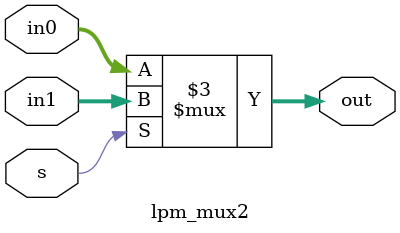
<source format=v>

module lpm_mux2
(
	in0,
	in1,
	s,
	out
);

parameter WIDTH = 8;

input		wire		[WIDTH-1:0]		in0;
input		wire		[WIDTH-1:0]		in1;
input		wire							s;
output	reg 		[WIDTH-1:0] 	out;

always @(in0 or in1 or s)
begin
	case (s)
		0: out = in0;
		default: out = in1;
	endcase
end

endmodule

</source>
